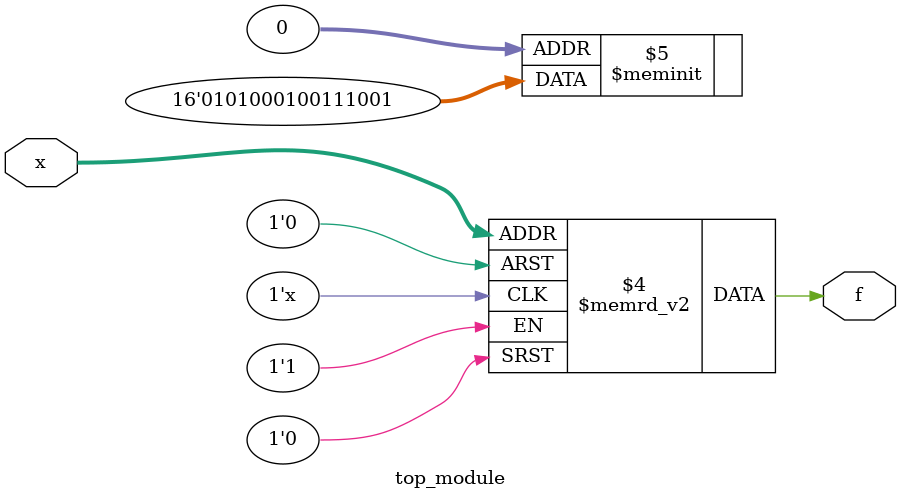
<source format=sv>
module top_module (
	input [4:1] x,
	output logic f
);

always_comb
begin
    case(x)
        4'b0000 : f = 1;
        4'b0001 : f = 0;
        4'b0010 : f = 0;
        4'b0011 : f = 1;
        4'b0100 : f = 1;
        4'b0101 : f = 1;
        4'b0110 : f = 0;
        4'b0111 : f = 0;
        4'b1000 : f = 1;
        4'b1001 : f = 0;
        4'b1010 : f = 0;
        4'b1011 : f = 0;
        4'b1100 : f = 1;
        4'b1101 : f = 0;
        4'b1110 : f = 1;
        4'b1111 : f = 0;
        default : f = 0;
    endcase
end

endmodule

</source>
